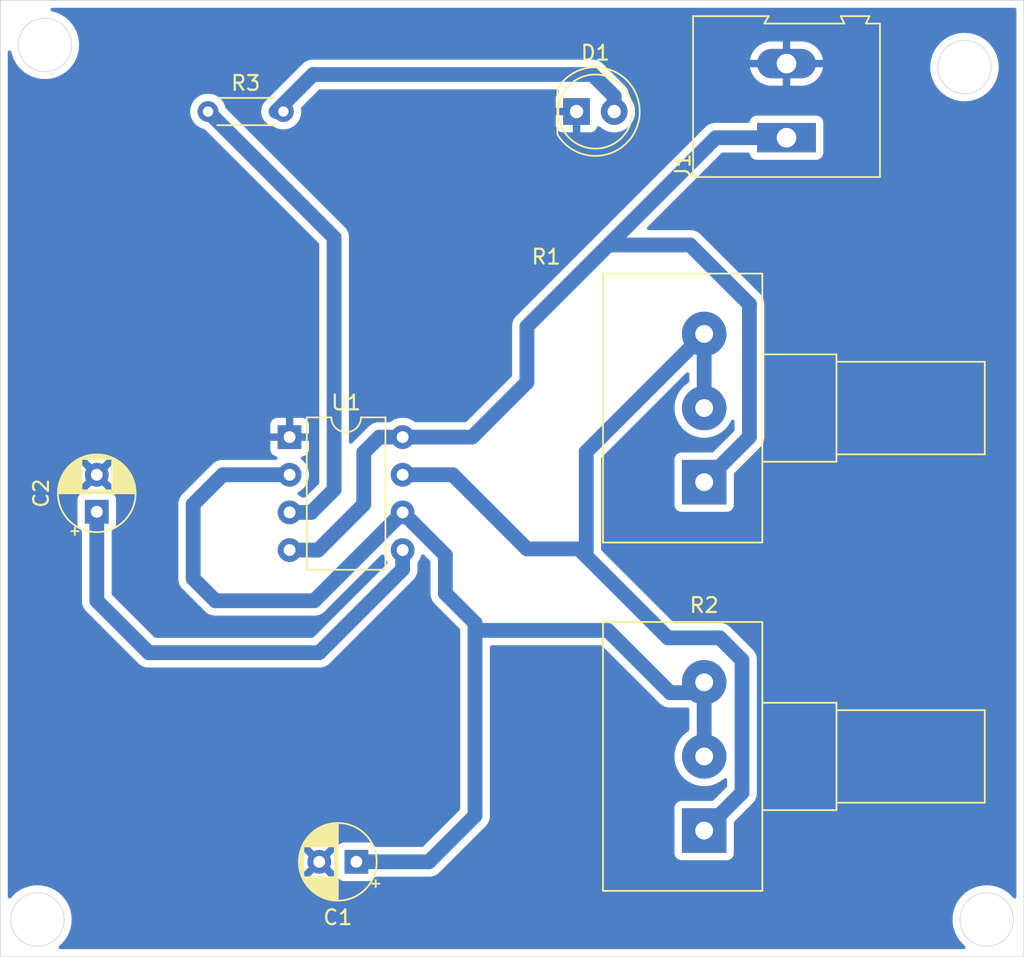
<source format=kicad_pcb>
(kicad_pcb (version 20240108) (generator "pcbnew") (generator_version "8.0")
  (layers (0 "F.Cu" signal) (31 "B.Cu" signal) (34 "B.Paste" user) (35 "F.Paste" user) (36 "B.SilkS" user "B.Silkscreen") (37 "F.SilkS" user "F.Silkscreen") (38 "B.Mask" user) (39 "F.Mask" user) (44 "Edge.Cuts" user))
  (net 0 "")
  (net 1 "Net-(U1-THR)")
  (net 2 "Earth")
  (net 3 "Net-(U1-CV)")
  (net 4 "Net-(D1-A)")
  (net 5 "Net-(U1-DIS)")
  (net 6 "+5V")
  (net 7 "Net-(U1-Q)")
  (footprint "TerminalBlock:TerminalBlock_Altech_AK300-2_P5.00mm" (layer "F.Cu") (at 92 49.265 90)
    (property "Reference" "J1" (at -1.92 -6.99 90) (layer "F.SilkS"))
    (property "Value" "OSTTC020162")
    (fp_line (start 8.2 -6.3) (end -2.65 -6.3) (stroke (width 0.12)) (layer "F.SilkS"))
    (fp_line (start -2.65 -6.3) (end -2.65 6.3) (stroke (width 0.12)) (layer "F.SilkS"))
    (fp_line (start 7.7 -1.5) (end 8.2 -1.2) (stroke (width 0.12)) (layer "F.SilkS"))
    (fp_line (start 8.2 -1.2) (end 8.2 -6.3) (stroke (width 0.12)) (layer "F.SilkS"))
    (fp_line (start 8.2 3.65) (end 7.7 3.9) (stroke (width 0.12)) (layer "F.SilkS"))
    (fp_line (start 8.2 3.7) (end 8.2 3.65) (stroke (width 0.12)) (layer "F.SilkS"))
    (fp_line (start 7.7 3.9) (end 7.7 -1.5) (stroke (width 0.12)) (layer "F.SilkS"))
    (fp_line (start 7.7 5.35) (end 8.2 5.6) (stroke (width 0.12)) (layer "F.SilkS"))
    (fp_line (start 8.2 5.6) (end 8.2 3.7) (stroke (width 0.12)) (layer "F.SilkS"))
    (fp_line (start 7.7 6.3) (end 7.7 5.35) (stroke (width 0.12)) (layer "F.SilkS"))
    (fp_line (start -2.65 6.3) (end 7.7 6.3) (stroke (width 0.12)) (layer "F.SilkS"))
    (pad "1" thru_hole rect (at 0 0 90) (size 1.98 3.96) (drill 1.32) (layers "*.Cu" "*.Mask") (net 6 "+5V"))
    (pad "2" thru_hole oval (at 5 0 90) (size 1.98 3.96) (drill 1.32) (layers "*.Cu" "*.Mask") (net 2 "Earth"))
  )
  (footprint "Capacitor_THT:CP_Radial_D5.0mm_P2.50mm" (layer "F.Cu") (at 63 98.1075 180)
    (property "Reference" "C1" (at 1.25 -3.75 180) (layer "F.SilkS"))
    (property "Value" "0.1u")
    (fp_line (start 3.851 -0.284) (end 3.851 0.284) (stroke (width 0.12)) (layer "F.SilkS"))
    (fp_line (start 3.811 -0.518) (end 3.811 0.518) (stroke (width 0.12)) (layer "F.SilkS"))
    (fp_line (start 3.771 -0.677) (end 3.771 0.677) (stroke (width 0.12)) (layer "F.SilkS"))
    (fp_line (start 3.731 -0.805) (end 3.731 0.805) (stroke (width 0.12)) (layer "F.SilkS"))
    (fp_line (start 3.691 -0.915) (end 3.691 0.915) (stroke (width 0.12)) (layer "F.SilkS"))
    (fp_line (start 3.651 -1.011) (end 3.651 1.011) (stroke (width 0.12)) (layer "F.SilkS"))
    (fp_line (start 3.611 -1.098) (end 3.611 1.098) (stroke (width 0.12)) (layer "F.SilkS"))
    (fp_line (start 3.571 -1.178) (end 3.571 1.178) (stroke (width 0.12)) (layer "F.SilkS"))
    (fp_line (start 3.531 1.04) (end 3.531 1.251) (stroke (width 0.12)) (layer "F.SilkS"))
    (fp_line (start 3.531 -1.251) (end 3.531 -1.04) (stroke (width 0.12)) (layer "F.SilkS"))
    (fp_line (start 3.491 1.04) (end 3.491 1.319) (stroke (width 0.12)) (layer "F.SilkS"))
    (fp_line (start 3.491 -1.319) (end 3.491 -1.04) (stroke (width 0.12)) (layer "F.SilkS"))
    (fp_line (start 3.451 1.04) (end 3.451 1.383) (stroke (width 0.12)) (layer "F.SilkS"))
    (fp_line (start 3.451 -1.383) (end 3.451 -1.04) (stroke (width 0.12)) (layer "F.SilkS"))
    (fp_line (start 3.411 1.04) (end 3.411 1.443) (stroke (width 0.12)) (layer "F.SilkS"))
    (fp_line (start 3.411 -1.443) (end 3.411 -1.04) (stroke (width 0.12)) (layer "F.SilkS"))
    (fp_line (start 3.371 1.04) (end 3.371 1.5) (stroke (width 0.12)) (layer "F.SilkS"))
    (fp_line (start 3.371 -1.5) (end 3.371 -1.04) (stroke (width 0.12)) (layer "F.SilkS"))
    (fp_line (start 3.331 1.04) (end 3.331 1.554) (stroke (width 0.12)) (layer "F.SilkS"))
    (fp_line (start 3.331 -1.554) (end 3.331 -1.04) (stroke (width 0.12)) (layer "F.SilkS"))
    (fp_line (start 3.291 1.04) (end 3.291 1.605) (stroke (width 0.12)) (layer "F.SilkS"))
    (fp_line (start 3.291 -1.605) (end 3.291 -1.04) (stroke (width 0.12)) (layer "F.SilkS"))
    (fp_line (start 3.251 1.04) (end 3.251 1.653) (stroke (width 0.12)) (layer "F.SilkS"))
    (fp_line (start 3.251 -1.653) (end 3.251 -1.04) (stroke (width 0.12)) (layer "F.SilkS"))
    (fp_line (start 3.211 1.04) (end 3.211 1.699) (stroke (width 0.12)) (layer "F.SilkS"))
    (fp_line (start 3.211 -1.699) (end 3.211 -1.04) (stroke (width 0.12)) (layer "F.SilkS"))
    (fp_line (start 3.171 1.04) (end 3.171 1.743) (stroke (width 0.12)) (layer "F.SilkS"))
    (fp_line (start 3.171 -1.743) (end 3.171 -1.04) (stroke (width 0.12)) (layer "F.SilkS"))
    (fp_line (start 3.131 1.04) (end 3.131 1.785) (stroke (width 0.12)) (layer "F.SilkS"))
    (fp_line (start 3.131 -1.785) (end 3.131 -1.04) (stroke (width 0.12)) (layer "F.SilkS"))
    (fp_line (start 3.091 1.04) (end 3.091 1.826) (stroke (width 0.12)) (layer "F.SilkS"))
    (fp_line (start 3.091 -1.826) (end 3.091 -1.04) (stroke (width 0.12)) (layer "F.SilkS"))
    (fp_line (start 3.051 1.04) (end 3.051 1.864) (stroke (width 0.12)) (layer "F.SilkS"))
    (fp_line (start 3.051 -1.864) (end 3.051 -1.04) (stroke (width 0.12)) (layer "F.SilkS"))
    (fp_line (start 3.011 1.04) (end 3.011 1.901) (stroke (width 0.12)) (layer "F.SilkS"))
    (fp_line (start 3.011 -1.901) (end 3.011 -1.04) (stroke (width 0.12)) (layer "F.SilkS"))
    (fp_line (start 2.971 1.04) (end 2.971 1.937) (stroke (width 0.12)) (layer "F.SilkS"))
    (fp_line (start 2.971 -1.937) (end 2.971 -1.04) (stroke (width 0.12)) (layer "F.SilkS"))
    (fp_line (start 2.931 1.04) (end 2.931 1.971) (stroke (width 0.12)) (layer "F.SilkS"))
    (fp_line (start 2.931 -1.971) (end 2.931 -1.04) (stroke (width 0.12)) (layer "F.SilkS"))
    (fp_line (start 2.891 1.04) (end 2.891 2.004) (stroke (width 0.12)) (layer "F.SilkS"))
    (fp_line (start 2.891 -2.004) (end 2.891 -1.04) (stroke (width 0.12)) (layer "F.SilkS"))
    (fp_line (start 2.851 1.04) (end 2.851 2.035) (stroke (width 0.12)) (layer "F.SilkS"))
    (fp_line (start 2.851 -2.035) (end 2.851 -1.04) (stroke (width 0.12)) (layer "F.SilkS"))
    (fp_line (start 2.811 1.04) (end 2.811 2.065) (stroke (width 0.12)) (layer "F.SilkS"))
    (fp_line (start 2.811 -2.065) (end 2.811 -1.04) (stroke (width 0.12)) (layer "F.SilkS"))
    (fp_line (start 2.771 1.04) (end 2.771 2.095) (stroke (width 0.12)) (layer "F.SilkS"))
    (fp_line (start 2.771 -2.095) (end 2.771 -1.04) (stroke (width 0.12)) (layer "F.SilkS"))
    (fp_line (start 2.731 1.04) (end 2.731 2.122) (stroke (width 0.12)) (layer "F.SilkS"))
    (fp_line (start 2.731 -2.122) (end 2.731 -1.04) (stroke (width 0.12)) (layer "F.SilkS"))
    (fp_line (start 2.691 1.04) (end 2.691 2.149) (stroke (width 0.12)) (layer "F.SilkS"))
    (fp_line (start 2.691 -2.149) (end 2.691 -1.04) (stroke (width 0.12)) (layer "F.SilkS"))
    (fp_line (start 2.651 1.04) (end 2.651 2.175) (stroke (width 0.12)) (layer "F.SilkS"))
    (fp_line (start 2.651 -2.175) (end 2.651 -1.04) (stroke (width 0.12)) (layer "F.SilkS"))
    (fp_line (start 2.611 1.04) (end 2.611 2.2) (stroke (width 0.12)) (layer "F.SilkS"))
    (fp_line (start 2.611 -2.2) (end 2.611 -1.04) (stroke (width 0.12)) (layer "F.SilkS"))
    (fp_line (start 2.571 1.04) (end 2.571 2.224) (stroke (width 0.12)) (layer "F.SilkS"))
    (fp_line (start 2.571 -2.224) (end 2.571 -1.04) (stroke (width 0.12)) (layer "F.SilkS"))
    (fp_line (start 2.531 1.04) (end 2.531 2.247) (stroke (width 0.12)) (layer "F.SilkS"))
    (fp_line (start 2.531 -2.247) (end 2.531 -1.04) (stroke (width 0.12)) (layer "F.SilkS"))
    (fp_line (start 2.491 1.04) (end 2.491 2.268) (stroke (width 0.12)) (layer "F.SilkS"))
    (fp_line (start 2.491 -2.268) (end 2.491 -1.04) (stroke (width 0.12)) (layer "F.SilkS"))
    (fp_line (start 2.451 1.04) (end 2.451 2.29) (stroke (width 0.12)) (layer "F.SilkS"))
    (fp_line (start 2.451 -2.29) (end 2.451 -1.04) (stroke (width 0.12)) (layer "F.SilkS"))
    (fp_line (start 2.411 1.04) (end 2.411 2.31) (stroke (width 0.12)) (layer "F.SilkS"))
    (fp_line (start 2.411 -2.31) (end 2.411 -1.04) (stroke (width 0.12)) (layer "F.SilkS"))
    (fp_line (start 2.371 1.04) (end 2.371 2.329) (stroke (width 0.12)) (layer "F.SilkS"))
    (fp_line (start 2.371 -2.329) (end 2.371 -1.04) (stroke (width 0.12)) (layer "F.SilkS"))
    (fp_line (start 2.331 1.04) (end 2.331 2.348) (stroke (width 0.12)) (layer "F.SilkS"))
    (fp_line (start 2.331 -2.348) (end 2.331 -1.04) (stroke (width 0.12)) (layer "F.SilkS"))
    (fp_line (start 2.291 1.04) (end 2.291 2.365) (stroke (width 0.12)) (layer "F.SilkS"))
    (fp_line (start 2.291 -2.365) (end 2.291 -1.04) (stroke (width 0.12)) (layer "F.SilkS"))
    (fp_line (start 2.251 1.04) (end 2.251 2.382) (stroke (width 0.12)) (layer "F.SilkS"))
    (fp_line (start 2.251 -2.382) (end 2.251 -1.04) (stroke (width 0.12)) (layer "F.SilkS"))
    (fp_line (start 2.211 1.04) (end 2.211 2.398) (stroke (width 0.12)) (layer "F.SilkS"))
    (fp_line (start 2.211 -2.398) (end 2.211 -1.04) (stroke (width 0.12)) (layer "F.SilkS"))
    (fp_line (start 2.171 1.04) (end 2.171 2.414) (stroke (width 0.12)) (layer "F.SilkS"))
    (fp_line (start 2.171 -2.414) (end 2.171 -1.04) (stroke (width 0.12)) (layer "F.SilkS"))
    (fp_line (start 2.131 1.04) (end 2.131 2.428) (stroke (width 0.12)) (layer "F.SilkS"))
    (fp_line (start 2.131 -2.428) (end 2.131 -1.04) (stroke (width 0.12)) (layer "F.SilkS"))
    (fp_line (start 2.091 1.04) (end 2.091 2.442) (stroke (width 0.12)) (layer "F.SilkS"))
    (fp_line (start 2.091 -2.442) (end 2.091 -1.04) (stroke (width 0.12)) (layer "F.SilkS"))
    (fp_line (start 2.051 1.04) (end 2.051 2.455) (stroke (width 0.12)) (layer "F.SilkS"))
    (fp_line (start 2.051 -2.455) (end 2.051 -1.04) (stroke (width 0.12)) (layer "F.SilkS"))
    (fp_line (start 2.011 1.04) (end 2.011 2.468) (stroke (width 0.12)) (layer "F.SilkS"))
    (fp_line (start 2.011 -2.468) (end 2.011 -1.04) (stroke (width 0.12)) (layer "F.SilkS"))
    (fp_line (start 1.971 1.04) (end 1.971 2.48) (stroke (width 0.12)) (layer "F.SilkS"))
    (fp_line (start 1.971 -2.48) (end 1.971 -1.04) (stroke (width 0.12)) (layer "F.SilkS"))
    (fp_line (start 1.93 1.04) (end 1.93 2.491) (stroke (width 0.12)) (layer "F.SilkS"))
    (fp_line (start 1.93 -2.491) (end 1.93 -1.04) (stroke (width 0.12)) (layer "F.SilkS"))
    (fp_line (start 1.89 1.04) (end 1.89 2.501) (stroke (width 0.12)) (layer "F.SilkS"))
    (fp_line (start 1.89 -2.501) (end 1.89 -1.04) (stroke (width 0.12)) (layer "F.SilkS"))
    (fp_line (start 1.85 1.04) (end 1.85 2.511) (stroke (width 0.12)) (layer "F.SilkS"))
    (fp_line (start 1.85 -2.511) (end 1.85 -1.04) (stroke (width 0.12)) (layer "F.SilkS"))
    (fp_line (start 1.81 1.04) (end 1.81 2.52) (stroke (width 0.12)) (layer "F.SilkS"))
    (fp_line (start 1.81 -2.52) (end 1.81 -1.04) (stroke (width 0.12)) (layer "F.SilkS"))
    (fp_line (start 1.77 1.04) (end 1.77 2.528) (stroke (width 0.12)) (layer "F.SilkS"))
    (fp_line (start 1.77 -2.528) (end 1.77 -1.04) (stroke (width 0.12)) (layer "F.SilkS"))
    (fp_line (start 1.73 1.04) (end 1.73 2.536) (stroke (width 0.12)) (layer "F.SilkS"))
    (fp_line (start 1.73 -2.536) (end 1.73 -1.04) (stroke (width 0.12)) (layer "F.SilkS"))
    (fp_line (start 1.69 1.04) (end 1.69 2.543) (stroke (width 0.12)) (layer "F.SilkS"))
    (fp_line (start 1.69 -2.543) (end 1.69 -1.04) (stroke (width 0.12)) (layer "F.SilkS"))
    (fp_line (start 1.65 1.04) (end 1.65 2.55) (stroke (width 0.12)) (layer "F.SilkS"))
    (fp_line (start 1.65 -2.55) (end 1.65 -1.04) (stroke (width 0.12)) (layer "F.SilkS"))
    (fp_line (start 1.61 1.04) (end 1.61 2.556) (stroke (width 0.12)) (layer "F.SilkS"))
    (fp_line (start 1.61 -2.556) (end 1.61 -1.04) (stroke (width 0.12)) (layer "F.SilkS"))
    (fp_line (start 1.57 1.04) (end 1.57 2.561) (stroke (width 0.12)) (layer "F.SilkS"))
    (fp_line (start 1.57 -2.561) (end 1.57 -1.04) (stroke (width 0.12)) (layer "F.SilkS"))
    (fp_line (start 1.53 1.04) (end 1.53 2.565) (stroke (width 0.12)) (layer "F.SilkS"))
    (fp_line (start 1.53 -2.565) (end 1.53 -1.04) (stroke (width 0.12)) (layer "F.SilkS"))
    (fp_line (start 1.49 1.04) (end 1.49 2.569) (stroke (width 0.12)) (layer "F.SilkS"))
    (fp_line (start 1.49 -2.569) (end 1.49 -1.04) (stroke (width 0.12)) (layer "F.SilkS"))
    (fp_line (start 1.45 -2.573) (end 1.45 2.573) (stroke (width 0.12)) (layer "F.SilkS"))
    (fp_line (start 1.41 -2.576) (end 1.41 2.576) (stroke (width 0.12)) (layer "F.SilkS"))
    (fp_line (start 1.37 -2.578) (end 1.37 2.578) (stroke (width 0.12)) (layer "F.SilkS"))
    (fp_line (start 1.33 -2.579) (end 1.33 2.579) (stroke (width 0.12)) (layer "F.SilkS"))
    (fp_line (start 1.29 -2.58) (end 1.29 2.58) (stroke (width 0.12)) (layer "F.SilkS"))
    (fp_line (start 1.25 -2.58) (end 1.25 2.58) (stroke (width 0.12)) (layer "F.SilkS"))
    (fp_line (start -1.304775 -1.725) (end -1.304775 -1.225) (stroke (width 0.12)) (layer "F.SilkS"))
    (fp_line (start -1.554775 -1.475) (end -1.054775 -1.475) (stroke (width 0.12)) (layer "F.SilkS"))
    (fp_circle (center 1.25 0) (end 3.87 0) (stroke (width 0.12)) (fill none) (layer "F.SilkS"))
    (pad "1" thru_hole rect (at 0 0 180) (size 1.6 1.6) (drill 0.8) (layers "*.Cu" "*.Mask") (net 1 "Net-(U1-THR)"))
    (pad "2" thru_hole circle (at 2.5 0 180) (size 1.6 1.6) (drill 0.8) (layers "*.Cu" "*.Mask") (net 2 "Earth"))
  )
  (footprint "Package_DIP:DIP-8_W7.62mm" (layer "F.Cu") (at 58.5 69.46)
    (property "Reference" "U1" (at 3.81 -2.33 0) (layer "F.SilkS"))
    (property "Value" "NE555P")
    (fp_line (start 1.16 -1.33) (end 1.16 8.95) (stroke (width 0.12)) (layer "F.SilkS"))
    (fp_line (start 1.16 8.95) (end 6.46 8.95) (stroke (width 0.12)) (layer "F.SilkS"))
    (fp_line (start 2.81 -1.33) (end 1.16 -1.33) (stroke (width 0.12)) (layer "F.SilkS"))
    (fp_line (start 6.46 -1.33) (end 4.81 -1.33) (stroke (width 0.12)) (layer "F.SilkS"))
    (fp_line (start 6.46 8.95) (end 6.46 -1.33) (stroke (width 0.12)) (layer "F.SilkS"))
    (fp_arc (start 4.81 -1.33) (mid 3.81 -0.33) (end 2.81 -1.33) (stroke (width 0.12)) (layer "F.SilkS"))
    (pad "1" thru_hole rect (at 0 0) (size 1.6 1.6) (drill 0.8) (layers "*.Cu" "*.Mask") (net 2 "Earth"))
    (pad "2" thru_hole oval (at 0 2.54) (size 1.6 1.6) (drill 0.8) (layers "*.Cu" "*.Mask") (net 1 "Net-(U1-THR)"))
    (pad "3" thru_hole oval (at 0 5.08) (size 1.6 1.6) (drill 0.8) (layers "*.Cu" "*.Mask") (net 7 "Net-(U1-Q)"))
    (pad "4" thru_hole oval (at 0 7.62) (size 1.6 1.6) (drill 0.8) (layers "*.Cu" "*.Mask") (net 6 "+5V"))
    (pad "5" thru_hole oval (at 7.62 7.62) (size 1.6 1.6) (drill 0.8) (layers "*.Cu" "*.Mask") (net 3 "Net-(U1-CV)"))
    (pad "6" thru_hole oval (at 7.62 5.08) (size 1.6 1.6) (drill 0.8) (layers "*.Cu" "*.Mask") (net 1 "Net-(U1-THR)"))
    (pad "7" thru_hole oval (at 7.62 2.54) (size 1.6 1.6) (drill 0.8) (layers "*.Cu" "*.Mask") (net 5 "Net-(U1-DIS)"))
    (pad "8" thru_hole oval (at 7.62 0) (size 1.6 1.6) (drill 0.8) (layers "*.Cu" "*.Mask") (net 6 "+5V"))
  )
  (footprint "Potentiometer_THT:Potentiometer_Alps_RK163_Single_Horizontal" (layer "F.Cu") (at 86.45 72.5 180)
    (property "Reference" "R1" (at 10.655002 15.2 360) (layer "F.SilkS"))
    (property "Value" "R_US")
    (fp_line (start 6.82 14.07) (end 6.82 -4.07) (stroke (width 0.12)) (layer "F.SilkS"))
    (fp_line (start 6.82 14.07) (end -3.92 14.07) (stroke (width 0.12)) (layer "F.SilkS"))
    (fp_line (start 6.82 -4.07) (end -3.92 -4.07) (stroke (width 0.12)) (layer "F.SilkS"))
    (fp_line (start -3.92 14.07) (end -3.92 -4.07) (stroke (width 0.12)) (layer "F.SilkS"))
    (fp_line (start -3.92 8.62) (end -8.92 8.62) (stroke (width 0.12)) (layer "F.SilkS"))
    (fp_line (start -3.92 1.38) (end -8.92 1.38) (stroke (width 0.12)) (layer "F.SilkS"))
    (fp_line (start -8.92 8.62) (end -8.92 1.38) (stroke (width 0.12)) (layer "F.SilkS"))
    (fp_line (start -8.92 8.12) (end -18.92 8.12) (stroke (width 0.12)) (layer "F.SilkS"))
    (fp_line (start -8.92 1.88) (end -18.92 1.88) (stroke (width 0.12)) (layer "F.SilkS"))
    (fp_line (start -18.92 8.12) (end -18.92 1.88) (stroke (width 0.12)) (layer "F.SilkS"))
    (pad "1" thru_hole rect (at 0 0) (size 3 3) (drill 1.2) (layers "*.Cu" "*.Mask") (net 6 "+5V"))
    (pad "2" thru_hole circle (at 0 5) (size 3 3) (drill 1.2) (layers "*.Cu" "*.Mask") (net 5 "Net-(U1-DIS)"))
    (pad "3" thru_hole circle (at 0 10) (size 3 3) (drill 1.2) (layers "*.Cu" "*.Mask") (net 5 "Net-(U1-DIS)"))
  )
  (footprint "Potentiometer_THT:Potentiometer_Alps_RK163_Single_Horizontal" (layer "F.Cu") (at 86.45 96 180)
    (property "Reference" "R2" (at 0 15.2 360) (layer "F.SilkS"))
    (property "Value" "R_US")
    (fp_line (start 6.82 14.07) (end 6.82 -4.07) (stroke (width 0.12)) (layer "F.SilkS"))
    (fp_line (start 6.82 14.07) (end -3.92 14.07) (stroke (width 0.12)) (layer "F.SilkS"))
    (fp_line (start 6.82 -4.07) (end -3.92 -4.07) (stroke (width 0.12)) (layer "F.SilkS"))
    (fp_line (start -3.92 14.07) (end -3.92 -4.07) (stroke (width 0.12)) (layer "F.SilkS"))
    (fp_line (start -3.92 8.62) (end -8.92 8.62) (stroke (width 0.12)) (layer "F.SilkS"))
    (fp_line (start -3.92 1.38) (end -8.92 1.38) (stroke (width 0.12)) (layer "F.SilkS"))
    (fp_line (start -8.92 8.62) (end -8.92 1.38) (stroke (width 0.12)) (layer "F.SilkS"))
    (fp_line (start -8.92 8.12) (end -18.92 8.12) (stroke (width 0.12)) (layer "F.SilkS"))
    (fp_line (start -8.92 1.88) (end -18.92 1.88) (stroke (width 0.12)) (layer "F.SilkS"))
    (fp_line (start -18.92 8.12) (end -18.92 1.88) (stroke (width 0.12)) (layer "F.SilkS"))
    (pad "1" thru_hole rect (at 0 0) (size 3 3) (drill 1.2) (layers "*.Cu" "*.Mask") (net 5 "Net-(U1-DIS)"))
    (pad "2" thru_hole circle (at 0 5) (size 3 3) (drill 1.2) (layers "*.Cu" "*.Mask") (net 1 "Net-(U1-THR)"))
    (pad "3" thru_hole circle (at 0 10) (size 3 3) (drill 1.2) (layers "*.Cu" "*.Mask") (net 1 "Net-(U1-THR)"))
  )
  (footprint "Resistor_THT:R_Axial_DIN0204_L3.6mm_D1.6mm_P5.08mm_Horizontal" (layer "F.Cu") (at 53 47.5)
    (property "Reference" "R3" (at 2.54 -1.92 0) (layer "F.SilkS"))
    (property "Value" "R_US")
    (fp_line (start 0.62 -0.92) (end 4.46 -0.92) (stroke (width 0.12)) (layer "F.SilkS"))
    (fp_line (start 0.62 0.92) (end 4.46 0.92) (stroke (width 0.12)) (layer "F.SilkS"))
    (pad "1" thru_hole circle (at 0 0) (size 1.4 1.4) (drill 0.7) (layers "*.Cu" "*.Mask") (net 7 "Net-(U1-Q)"))
    (pad "2" thru_hole oval (at 5.08 0) (size 1.4 1.4) (drill 0.7) (layers "*.Cu" "*.Mask") (net 4 "Net-(D1-A)"))
  )
  (footprint "LED_THT:LED_D5.0mm" (layer "F.Cu") (at 77.844998 47.5)
    (property "Reference" "D1" (at 1.27 -3.96 0) (layer "F.SilkS"))
    (property "Value" "LED")
    (fp_line (start -1.29 -1.545) (end -1.29 1.545) (stroke (width 0.12)) (layer "F.SilkS"))
    (fp_arc (start -1.29 -1.54483) (mid 2.072002 -2.880433) (end 4.26 0.000462) (stroke (width 0.12)) (layer "F.SilkS"))
    (fp_arc (start 4.26 -0.000462) (mid 2.072002 2.880433) (end -1.29 1.54483) (stroke (width 0.12)) (layer "F.SilkS"))
    (fp_circle (center 1.27 0) (end 3.77 0) (stroke (width 0.12)) (fill none) (layer "F.SilkS"))
    (pad "1" thru_hole rect (at 0 0) (size 1.8 1.8) (drill 0.9) (layers "*.Cu" "*.Mask") (net 2 "Earth"))
    (pad "2" thru_hole circle (at 2.54 0) (size 1.8 1.8) (drill 0.9) (layers "*.Cu" "*.Mask") (net 4 "Net-(D1-A)"))
  )
  (footprint "Capacitor_THT:CP_Radial_D5.0mm_P2.50mm" (layer "F.Cu") (at 45.5 74.5 90)
    (property "Reference" "C2" (at 1.25 -3.75 90) (layer "F.SilkS"))
    (property "Value" "C")
    (fp_line (start 1.29 -2.58) (end 1.29 2.58) (stroke (width 0.12)) (layer "F.SilkS"))
    (fp_line (start 1.25 -2.58) (end 1.25 2.58) (stroke (width 0.12)) (layer "F.SilkS"))
    (fp_line (start 1.33 -2.579) (end 1.33 2.579) (stroke (width 0.12)) (layer "F.SilkS"))
    (fp_line (start 1.37 -2.578) (end 1.37 2.578) (stroke (width 0.12)) (layer "F.SilkS"))
    (fp_line (start 1.41 -2.576) (end 1.41 2.576) (stroke (width 0.12)) (layer "F.SilkS"))
    (fp_line (start 1.45 -2.573) (end 1.45 2.573) (stroke (width 0.12)) (layer "F.SilkS"))
    (fp_line (start 1.49 -2.569) (end 1.49 -1.04) (stroke (width 0.12)) (layer "F.SilkS"))
    (fp_line (start 1.53 -2.565) (end 1.53 -1.04) (stroke (width 0.12)) (layer "F.SilkS"))
    (fp_line (start 1.57 -2.561) (end 1.57 -1.04) (stroke (width 0.12)) (layer "F.SilkS"))
    (fp_line (start 1.61 -2.556) (end 1.61 -1.04) (stroke (width 0.12)) (layer "F.SilkS"))
    (fp_line (start 1.65 -2.55) (end 1.65 -1.04) (stroke (width 0.12)) (layer "F.SilkS"))
    (fp_line (start 1.69 -2.543) (end 1.69 -1.04) (stroke (width 0.12)) (layer "F.SilkS"))
    (fp_line (start 1.73 -2.536) (end 1.73 -1.04) (stroke (width 0.12)) (layer "F.SilkS"))
    (fp_line (start 1.77 -2.528) (end 1.77 -1.04) (stroke (width 0.12)) (layer "F.SilkS"))
    (fp_line (start 1.81 -2.52) (end 1.81 -1.04) (stroke (width 0.12)) (layer "F.SilkS"))
    (fp_line (start 1.85 -2.511) (end 1.85 -1.04) (stroke (width 0.12)) (layer "F.SilkS"))
    (fp_line (start 1.89 -2.501) (end 1.89 -1.04) (stroke (width 0.12)) (layer "F.SilkS"))
    (fp_line (start 1.93 -2.491) (end 1.93 -1.04) (stroke (width 0.12)) (layer "F.SilkS"))
    (fp_line (start 1.971 -2.48) (end 1.971 -1.04) (stroke (width 0.12)) (layer "F.SilkS"))
    (fp_line (start 2.011 -2.468) (end 2.011 -1.04) (stroke (width 0.12)) (layer "F.SilkS"))
    (fp_line (start 2.051 -2.455) (end 2.051 -1.04) (stroke (width 0.12)) (layer "F.SilkS"))
    (fp_line (start 2.091 -2.442) (end 2.091 -1.04) (stroke (width 0.12)) (layer "F.SilkS"))
    (fp_line (start 2.131 -2.428) (end 2.131 -1.04) (stroke (width 0.12)) (layer "F.SilkS"))
    (fp_line (start 2.171 -2.414) (end 2.171 -1.04) (stroke (width 0.12)) (layer "F.SilkS"))
    (fp_line (start 2.211 -2.398) (end 2.211 -1.04) (stroke (width 0.12)) (layer "F.SilkS"))
    (fp_line (start 2.251 -2.382) (end 2.251 -1.04) (stroke (width 0.12)) (layer "F.SilkS"))
    (fp_line (start 2.291 -2.365) (end 2.291 -1.04) (stroke (width 0.12)) (layer "F.SilkS"))
    (fp_line (start 2.331 -2.348) (end 2.331 -1.04) (stroke (width 0.12)) (layer "F.SilkS"))
    (fp_line (start 2.371 -2.329) (end 2.371 -1.04) (stroke (width 0.12)) (layer "F.SilkS"))
    (fp_line (start 2.411 -2.31) (end 2.411 -1.04) (stroke (width 0.12)) (layer "F.SilkS"))
    (fp_line (start 2.451 -2.29) (end 2.451 -1.04) (stroke (width 0.12)) (layer "F.SilkS"))
    (fp_line (start 2.491 -2.268) (end 2.491 -1.04) (stroke (width 0.12)) (layer "F.SilkS"))
    (fp_line (start 2.531 -2.247) (end 2.531 -1.04) (stroke (width 0.12)) (layer "F.SilkS"))
    (fp_line (start 2.571 -2.224) (end 2.571 -1.04) (stroke (width 0.12)) (layer "F.SilkS"))
    (fp_line (start 2.611 -2.2) (end 2.611 -1.04) (stroke (width 0.12)) (layer "F.SilkS"))
    (fp_line (start 2.651 -2.175) (end 2.651 -1.04) (stroke (width 0.12)) (layer "F.SilkS"))
    (fp_line (start 2.691 -2.149) (end 2.691 -1.04) (stroke (width 0.12)) (layer "F.SilkS"))
    (fp_line (start 2.731 -2.122) (end 2.731 -1.04) (stroke (width 0.12)) (layer "F.SilkS"))
    (fp_line (start 2.771 -2.095) (end 2.771 -1.04) (stroke (width 0.12)) (layer "F.SilkS"))
    (fp_line (start 2.811 -2.065) (end 2.811 -1.04) (stroke (width 0.12)) (layer "F.SilkS"))
    (fp_line (start 2.851 -2.035) (end 2.851 -1.04) (stroke (width 0.12)) (layer "F.SilkS"))
    (fp_line (start 2.891 -2.004) (end 2.891 -1.04) (stroke (width 0.12)) (layer "F.SilkS"))
    (fp_line (start 2.931 -1.971) (end 2.931 -1.04) (stroke (width 0.12)) (layer "F.SilkS"))
    (fp_line (start 2.971 -1.937) (end 2.971 -1.04) (stroke (width 0.12)) (layer "F.SilkS"))
    (fp_line (start 3.011 -1.901) (end 3.011 -1.04) (stroke (width 0.12)) (layer "F.SilkS"))
    (fp_line (start 3.051 -1.864) (end 3.051 -1.04) (stroke (width 0.12)) (layer "F.SilkS"))
    (fp_line (start 3.091 -1.826) (end 3.091 -1.04) (stroke (width 0.12)) (layer "F.SilkS"))
    (fp_line (start 3.131 -1.785) (end 3.131 -1.04) (stroke (width 0.12)) (layer "F.SilkS"))
    (fp_line (start 3.171 -1.743) (end 3.171 -1.04) (stroke (width 0.12)) (layer "F.SilkS"))
    (fp_line (start -1.304775 -1.725) (end -1.304775 -1.225) (stroke (width 0.12)) (layer "F.SilkS"))
    (fp_line (start 3.211 -1.699) (end 3.211 -1.04) (stroke (width 0.12)) (layer "F.SilkS"))
    (fp_line (start 3.251 -1.653) (end 3.251 -1.04) (stroke (width 0.12)) (layer "F.SilkS"))
    (fp_line (start 3.291 -1.605) (end 3.291 -1.04) (stroke (width 0.12)) (layer "F.SilkS"))
    (fp_line (start 3.331 -1.554) (end 3.331 -1.04) (stroke (width 0.12)) (layer "F.SilkS"))
    (fp_line (start 3.371 -1.5) (end 3.371 -1.04) (stroke (width 0.12)) (layer "F.SilkS"))
    (fp_line (start -1.554775 -1.475) (end -1.054775 -1.475) (stroke (width 0.12)) (layer "F.SilkS"))
    (fp_line (start 3.411 -1.443) (end 3.411 -1.04) (stroke (width 0.12)) (layer "F.SilkS"))
    (fp_line (start 3.451 -1.383) (end 3.451 -1.04) (stroke (width 0.12)) (layer "F.SilkS"))
    (fp_line (start 3.491 -1.319) (end 3.491 -1.04) (stroke (width 0.12)) (layer "F.SilkS"))
    (fp_line (start 3.531 -1.251) (end 3.531 -1.04) (stroke (width 0.12)) (layer "F.SilkS"))
    (fp_line (start 3.571 -1.178) (end 3.571 1.178) (stroke (width 0.12)) (layer "F.SilkS"))
    (fp_line (start 3.611 -1.098) (end 3.611 1.098) (stroke (width 0.12)) (layer "F.SilkS"))
    (fp_line (start 3.651 -1.011) (end 3.651 1.011) (stroke (width 0.12)) (layer "F.SilkS"))
    (fp_line (start 3.691 -0.915) (end 3.691 0.915) (stroke (width 0.12)) (layer "F.SilkS"))
    (fp_line (start 3.731 -0.805) (end 3.731 0.805) (stroke (width 0.12)) (layer "F.SilkS"))
    (fp_line (start 3.771 -0.677) (end 3.771 0.677) (stroke (width 0.12)) (layer "F.SilkS"))
    (fp_line (start 3.811 -0.518) (end 3.811 0.518) (stroke (width 0.12)) (layer "F.SilkS"))
    (fp_line (start 3.851 -0.284) (end 3.851 0.284) (stroke (width 0.12)) (layer "F.SilkS"))
    (fp_line (start 3.531 1.04) (end 3.531 1.251) (stroke (width 0.12)) (layer "F.SilkS"))
    (fp_line (start 3.491 1.04) (end 3.491 1.319) (stroke (width 0.12)) (layer "F.SilkS"))
    (fp_line (start 3.451 1.04) (end 3.451 1.383) (stroke (width 0.12)) (layer "F.SilkS"))
    (fp_line (start 3.411 1.04) (end 3.411 1.443) (stroke (width 0.12)) (layer "F.SilkS"))
    (fp_line (start 3.371 1.04) (end 3.371 1.5) (stroke (width 0.12)) (layer "F.SilkS"))
    (fp_line (start 3.331 1.04) (end 3.331 1.554) (stroke (width 0.12)) (layer "F.SilkS"))
    (fp_line (start 3.291 1.04) (end 3.291 1.605) (stroke (width 0.12)) (layer "F.SilkS"))
    (fp_line (start 3.251 1.04) (end 3.251 1.653) (stroke (width 0.12)) (layer "F.SilkS"))
    (fp_line (start 3.211 1.04) (end 3.211 1.699) (stroke (width 0.12)) (layer "F.SilkS"))
    (fp_line (start 3.171 1.04) (end 3.171 1.743) (stroke (width 0.12)) (layer "F.SilkS"))
    (fp_line (start 3.131 1.04) (end 3.131 1.785) (stroke (width 0.12)) (layer "F.SilkS"))
    (fp_line (start 3.091 1.04) (end 3.091 1.826) (stroke (width 0.12)) (layer "F.SilkS"))
    (fp_line (start 3.051 1.04) (end 3.051 1.864) (stroke (width 0.12)) (layer "F.SilkS"))
    (fp_line (start 3.011 1.04) (end 3.011 1.901) (stroke (width 0.12)) (layer "F.SilkS"))
    (fp_line (start 2.971 1.04) (end 2.971 1.937) (stroke (width 0.12)) (layer "F.SilkS"))
    (fp_line (start 2.931 1.04) (end 2.931 1.971) (stroke (width 0.12)) (layer "F.SilkS"))
    (fp_line (start 2.891 1.04) (end 2.891 2.004) (stroke (width 0.12)) (layer "F.SilkS"))
    (fp_line (start 2.851 1.04) (end 2.851 2.035) (stroke (width 0.12)) (layer "F.SilkS"))
    (fp_line (start 2.811 1.04) (end 2.811 2.065) (stroke (width 0.12)) (layer "F.SilkS"))
    (fp_line (start 2.771 1.04) (end 2.771 2.095) (stroke (width 0.12)) (layer "F.SilkS"))
    (fp_line (start 2.731 1.04) (end 2.731 2.122) (stroke (width 0.12)) (layer "F.SilkS"))
    (fp_line (start 2.691 1.04) (end 2.691 2.149) (stroke (width 0.12)) (layer "F.SilkS"))
    (fp_line (start 2.651 1.04) (end 2.651 2.175) (stroke (width 0.12)) (layer "F.SilkS"))
    (fp_line (start 2.611 1.04) (end 2.611 2.2) (stroke (width 0.12)) (layer "F.SilkS"))
    (fp_line (start 2.571 1.04) (end 2.571 2.224) (stroke (width 0.12)) (layer "F.SilkS"))
    (fp_line (start 2.531 1.04) (end 2.531 2.247) (stroke (width 0.12)) (layer "F.SilkS"))
    (fp_line (start 2.491 1.04) (end 2.491 2.268) (stroke (width 0.12)) (layer "F.SilkS"))
    (fp_line (start 2.451 1.04) (end 2.451 2.29) (stroke (width 0.12)) (layer "F.SilkS"))
    (fp_line (start 2.411 1.04) (end 2.411 2.31) (stroke (width 0.12)) (layer "F.SilkS"))
    (fp_line (start 2.371 1.04) (end 2.371 2.329) (stroke (width 0.12)) (layer "F.SilkS"))
    (fp_line (start 2.331 1.04) (end 2.331 2.348) (stroke (width 0.12)) (layer "F.SilkS"))
    (fp_line (start 2.291 1.04) (end 2.291 2.365) (stroke (width 0.12)) (layer "F.SilkS"))
    (fp_line (start 2.251 1.04) (end 2.251 2.382) (stroke (width 0.12)) (layer "F.SilkS"))
    (fp_line (start 2.211 1.04) (end 2.211 2.398) (stroke (width 0.12)) (layer "F.SilkS"))
    (fp_line (start 2.171 1.04) (end 2.171 2.414) (stroke (width 0.12)) (layer "F.SilkS"))
    (fp_line (start 2.131 1.04) (end 2.131 2.428) (stroke (width 0.12)) (layer "F.SilkS"))
    (fp_line (start 2.091 1.04) (end 2.091 2.442) (stroke (width 0.12)) (layer "F.SilkS"))
    (fp_line (start 2.051 1.04) (end 2.051 2.455) (stroke (width 0.12)) (layer "F.SilkS"))
    (fp_line (start 2.011 1.04) (end 2.011 2.468) (stroke (width 0.12)) (layer "F.SilkS"))
    (fp_line (start 1.971 1.04) (end 1.971 2.48) (stroke (width 0.12)) (layer "F.SilkS"))
    (fp_line (start 1.93 1.04) (end 1.93 2.491) (stroke (width 0.12)) (layer "F.SilkS"))
    (fp_line (start 1.89 1.04) (end 1.89 2.501) (stroke (width 0.12)) (layer "F.SilkS"))
    (fp_line (start 1.85 1.04) (end 1.85 2.511) (stroke (width 0.12)) (layer "F.SilkS"))
    (fp_line (start 1.81 1.04) (end 1.81 2.52) (stroke (width 0.12)) (layer "F.SilkS"))
    (fp_line (start 1.77 1.04) (end 1.77 2.528) (stroke (width 0.12)) (layer "F.SilkS"))
    (fp_line (start 1.73 1.04) (end 1.73 2.536) (stroke (width 0.12)) (layer "F.SilkS"))
    (fp_line (start 1.69 1.04) (end 1.69 2.543) (stroke (width 0.12)) (layer "F.SilkS"))
    (fp_line (start 1.65 1.04) (end 1.65 2.55) (stroke (width 0.12)) (layer "F.SilkS"))
    (fp_line (start 1.61 1.04) (end 1.61 2.556) (stroke (width 0.12)) (layer "F.SilkS"))
    (fp_line (start 1.57 1.04) (end 1.57 2.561) (stroke (width 0.12)) (layer "F.SilkS"))
    (fp_line (start 1.53 1.04) (end 1.53 2.565) (stroke (width 0.12)) (layer "F.SilkS"))
    (fp_line (start 1.49 1.04) (end 1.49 2.569) (stroke (width 0.12)) (layer "F.SilkS"))
    (fp_circle (center 1.25 0) (end 3.87 0) (stroke (width 0.12)) (fill none) (layer "F.SilkS"))
    (pad "1" thru_hole rect (at 0 0 90) (size 1.6 1.6) (drill 0.8) (layers "*.Cu" "*.Mask") (net 3 "Net-(U1-CV)"))
    (pad "2" thru_hole circle (at 2.5 0 90) (size 1.6 1.6) (drill 0.8) (layers "*.Cu" "*.Mask") (net 2 "Earth"))
  )
  (gr_circle (center 42 43) (end 43.5 44) (stroke (width 0.05)) (fill none) (layer "Edge.Cuts"))
  (gr_circle (center 41.5 102) (end 43 103) (stroke (width 0.05)) (fill none) (layer "Edge.Cuts"))
  (gr_circle (center 105.5 102) (end 107 103) (stroke (width 0.05)) (fill none) (layer "Edge.Cuts"))
  (gr_line (start 39 104.5) (end 39 40) (stroke (width 0.05)) (layer "Edge.Cuts"))
  (gr_line (start 108 40) (end 39 40) (stroke (width 0.05)) (layer "Edge.Cuts"))
  (gr_circle (center 104 44.5) (end 105.5 45.5) (stroke (width 0.05)) (fill none) (layer "Edge.Cuts"))
  (gr_line (start 108 40) (end 108 104.5) (stroke (width 0.05)) (layer "Edge.Cuts"))
  (gr_line (start 39 104.5) (end 108 104.5) (stroke (width 0.05)) (layer "Edge.Cuts"))
  (segment (start 53.5 80.5) (end 52 79) (width 1) (layer "B.Cu") (net 1))
  (segment (start 54 72) (end 58.5 72) (width 1) (layer "B.Cu") (net 1))
  (segment (start 52 74) (end 54 72) (width 1) (layer "B.Cu") (net 1))
  (segment (start 69 80) (end 69 77.42) (width 1) (layer "B.Cu") (net 1))
  (segment (start 71 95) (end 67.8925 98.1075) (width 1) (layer "B.Cu") (net 1))
  (segment (start 66.12 74.54) (end 60.16 80.5) (width 1) (layer "B.Cu") (net 1))
  (segment (start 84.15 86.7) (end 86.45 86.7) (width 1) (layer "B.Cu") (net 1))
  (segment (start 69 77.42) (end 66.12 74.54) (width 1) (layer "B.Cu") (net 1))
  (segment (start 71 82.5) (end 71 95) (width 1) (layer "B.Cu") (net 1))
  (segment (start 79.95 82.5) (end 84.15 86.7) (width 1) (layer "B.Cu") (net 1))
  (segment (start 67.8925 98.1075) (end 63 98.1075) (width 1) (layer "B.Cu") (net 1))
  (segment (start 71 82.5) (end 71 82) (width 1) (layer "B.Cu") (net 1))
  (segment (start 71 82) (end 69 80) (width 1) (layer "B.Cu") (net 1))
  (segment (start 86.45 86) (end 86.45 91) (width 1) (layer "B.Cu") (net 1))
  (segment (start 52 79) (end 52 74) (width 1) (layer "B.Cu") (net 1))
  (segment (start 60.16 80.5) (end 53.5 80.5) (width 1) (layer "B.Cu") (net 1))
  (segment (start 71 82.5) (end 79.95 82.5) (width 1) (layer "B.Cu") (net 1))
  (segment (start 49 84) (end 60.5 84) (width 1) (layer "B.Cu") (net 3))
  (segment (start 66.12 78.38) (end 66.12 77.08) (width 1) (layer "B.Cu") (net 3))
  (segment (start 45.5 74.5) (end 45.5 80.5) (width 1) (layer "B.Cu") (net 3))
  (segment (start 45.5 80.5) (end 49 84) (width 1) (layer "B.Cu") (net 3))
  (segment (start 60.5 84) (end 66.12 78.38) (width 1) (layer "B.Cu") (net 3))
  (segment (start 78.915002 45) (end 80.384998 46.469996) (width 1) (layer "B.Cu") (net 4))
  (segment (start 80.384998 46.469996) (end 80.384998 47.5) (width 1) (layer "B.Cu") (net 4))
  (segment (start 60.084998 45) (end 78.915002 45) (width 1) (layer "B.Cu") (net 4))
  (segment (start 57.584998 47.5) (end 60.084998 45) (width 1) (layer "B.Cu") (net 4))
  (segment (start 78.5 77.5) (end 78.5 70.45) (width 1) (layer "B.Cu") (net 5))
  (segment (start 84 83) (end 87.5 83) (width 1) (layer "B.Cu") (net 5))
  (segment (start 87.5 83) (end 89 84.5) (width 1) (layer "B.Cu") (net 5))
  (segment (start 86.45 62.5) (end 86.45 67.5) (width 1) (layer "B.Cu") (net 5))
  (segment (start 74.5 77) (end 78 77) (width 1) (layer "B.Cu") (net 5))
  (segment (start 78 77) (end 78.5 77.5) (width 1) (layer "B.Cu") (net 5))
  (segment (start 89 84.5) (end 89 93.45) (width 1) (layer "B.Cu") (net 5))
  (segment (start 66.12 72) (end 69.5 72) (width 1) (layer "B.Cu") (net 5))
  (segment (start 69.5 72) (end 74.5 77) (width 1) (layer "B.Cu") (net 5))
  (segment (start 89 93.45) (end 86.45 96) (width 1) (layer "B.Cu") (net 5))
  (segment (start 78.5 70.45) (end 86.45 62.5) (width 1) (layer "B.Cu") (net 5))
  (segment (start 78.5 77.5) (end 84 83) (width 1) (layer "B.Cu") (net 5))
  (segment (start 63.5 70.5) (end 64.54 69.46) (width 1) (layer "B.Cu") (net 6))
  (segment (start 80 56.5) (end 87.235 49.265) (width 1) (layer "B.Cu") (net 6))
  (segment (start 89.5 69.45) (end 86.45 72.5) (width 1) (layer "B.Cu") (net 6))
  (segment (start 74.5 62) (end 80 56.5) (width 1) (layer "B.Cu") (net 6))
  (segment (start 74.5 65.765) (end 74.5 62) (width 1) (layer "B.Cu") (net 6))
  (segment (start 70.805 69.46) (end 74.5 65.765) (width 1) (layer "B.Cu") (net 6))
  (segment (start 60.42 77.08) (end 63.5 74) (width 1) (layer "B.Cu") (net 6))
  (segment (start 58.5 77.08) (end 60.42 77.08) (width 1) (layer "B.Cu") (net 6))
  (segment (start 80 56.5) (end 85.5 56.5) (width 1) (layer "B.Cu") (net 6))
  (segment (start 64.54 69.46) (end 66.12 69.46) (width 1) (layer "B.Cu") (net 6))
  (segment (start 66.12 69.46) (end 70.805 69.46) (width 1) (layer "B.Cu") (net 6))
  (segment (start 87.235 49.265) (end 92 49.265) (width 1) (layer "B.Cu") (net 6))
  (segment (start 85.5 56.5) (end 89.5 60.5) (width 1) (layer "B.Cu") (net 6))
  (segment (start 89.5 60.5) (end 89.5 69.45) (width 1) (layer "B.Cu") (net 6))
  (segment (start 63.5 74) (end 63.5 70.5) (width 1) (layer "B.Cu") (net 6))
  (segment (start 59.96 74.54) (end 61.5 73) (width 1) (layer "B.Cu") (net 7))
  (segment (start 61.5 73) (end 61.5 56) (width 1) (layer "B.Cu") (net 7))
  (segment (start 61.5 56) (end 53 47.5) (width 1) (layer "B.Cu") (net 7))
  (segment (start 58.5 74.54) (end 59.96 74.54) (width 1) (layer "B.Cu") (net 7))
  (zone (net 2) (net_name "Earth") (layer "B.Cu") (connect_pads (clearance 0.5)) (min_thickness 0.25) (fill yes (thermal_gap 0.5) (thermal_bridge_width 0.5))
    (polygon (pts (xy 107.5 40.5) (xy 107.5 104) (xy 39.5 104) (xy 39.5 40.5)))
  )
)
</source>
